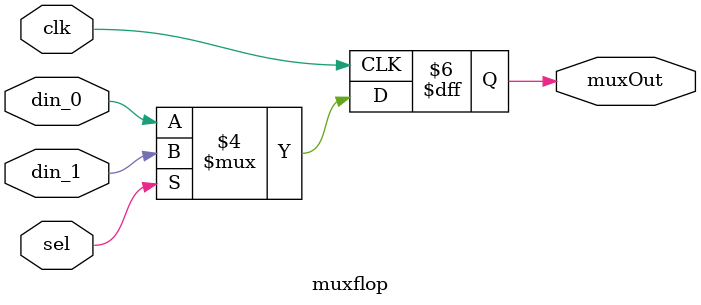
<source format=v>
module muxflop(sel,din_0,din_1,muxOut,clk);
  input sel, din_0,din_1,clk;
  output muxOut;
  reg muxOut;
  always @(posedge clk)
    begin
      if(sel==1'b0)
        muxOut = din_0;
      else
        muxOut = din_1;
    end
  endmodule

</source>
